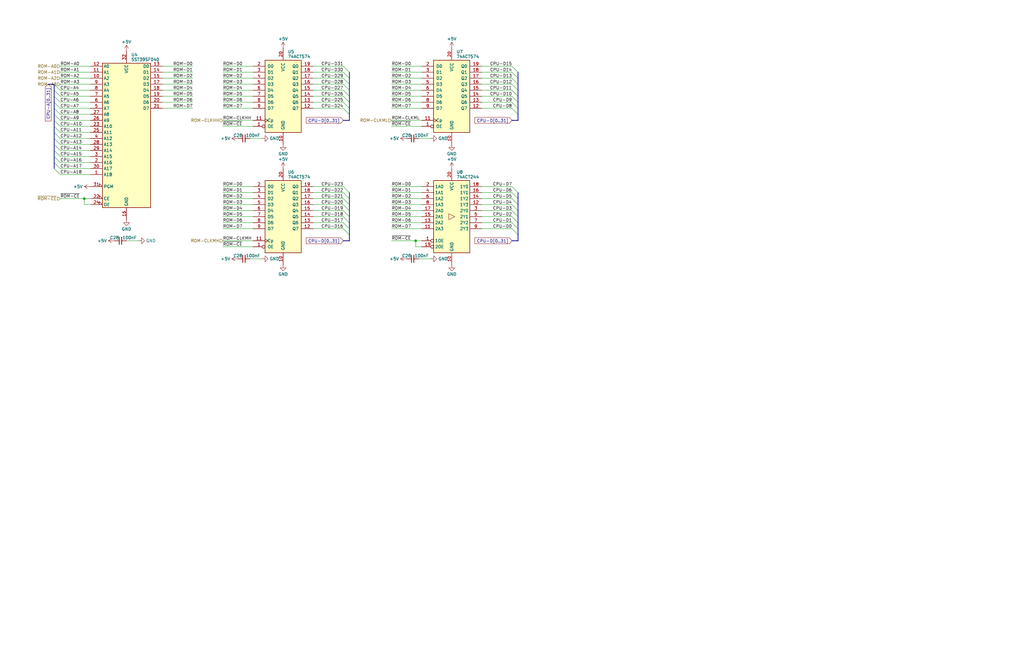
<source format=kicad_sch>
(kicad_sch (version 20230121) (generator eeschema)
  (paper "USLedger")
  (lib_symbols
    (symbol "74xx:74HCT244"
      (property "Reference" "U" (at -7.62 16.51 0))
      (property "Value" "74HCT244" (at -7.62 -16.51 0))
      (symbol "74HCT244_1_0"
        (polyline (pts (xy 1.27 0) (xy -1.27 1.27) (xy -1.27 -1.27) (xy 1.27 0)) (stroke (width 0.1524)))
        (pin input inverted (at -12.7 -10.16 0) (length 5.08) (name "1OE") (number "1"))
        (pin power_in line (at 0 -20.32 90) (length 5.08) (name "GND") (number "10"))
        (pin input line (at -12.7 -5.08 0) (length 5.08) (name "2A3") (number "11"))
        (pin tri_state line (at 12.7 5.08 180) (length 5.08) (name "1Y3") (number "12"))
        (pin input line (at -12.7 -2.54 0) (length 5.08) (name "2A2") (number "13"))
        (pin tri_state line (at 12.7 7.62 180) (length 5.08) (name "1Y2") (number "14"))
        (pin input line (at -12.7 0 0) (length 5.08) (name "2A1") (number "15"))
        (pin tri_state line (at 12.7 10.16 180) (length 5.08) (name "1Y1") (number "16"))
        (pin input line (at -12.7 2.54 0) (length 5.08) (name "2A0") (number "17"))
        (pin tri_state line (at 12.7 12.7 180) (length 5.08) (name "1Y0") (number "18"))
        (pin input inverted (at -12.7 -12.7 0) (length 5.08) (name "2OE") (number "19"))
        (pin input line (at -12.7 12.7 0) (length 5.08) (name "1A0") (number "2"))
        (pin power_in line (at 0 20.32 270) (length 5.08) (name "VCC") (number "20"))
        (pin tri_state line (at 12.7 2.54 180) (length 5.08) (name "2Y0") (number "3"))
        (pin input line (at -12.7 10.16 0) (length 5.08) (name "1A1") (number "4"))
        (pin tri_state line (at 12.7 0 180) (length 5.08) (name "2Y1") (number "5"))
        (pin input line (at -12.7 7.62 0) (length 5.08) (name "1A2") (number "6"))
        (pin tri_state line (at 12.7 -2.54 180) (length 5.08) (name "2Y2") (number "7"))
        (pin input line (at -12.7 5.08 0) (length 5.08) (name "1A3") (number "8"))
        (pin tri_state line (at 12.7 -5.08 180) (length 5.08) (name "2Y3") (number "9"))
      )
      (symbol "74HCT244_1_1"
        (rectangle (start -7.62 15.24) (end 7.62 -15.24) (stroke (width 0.254)) (fill (type background)))
      )
    )
    (symbol "74xx:74HCT574" (pin_names (offset 1.016))
      (property "Reference" "U" (at -7.62 16.51 0))
      (property "Value" "74HCT574" (at -7.62 -16.51 0))
      (symbol "74HCT574_1_0"
        (pin input inverted (at -12.7 -12.7 0) (length 5.08) (name "OE") (number "1"))
        (pin power_in line (at 0 -20.32 90) (length 5.08) (name "GND") (number "10"))
        (pin input clock (at -12.7 -10.16 0) (length 5.08) (name "Cp") (number "11"))
        (pin tri_state line (at 12.7 -5.08 180) (length 5.08) (name "Q7") (number "12"))
        (pin tri_state line (at 12.7 -2.54 180) (length 5.08) (name "Q6") (number "13"))
        (pin tri_state line (at 12.7 0 180) (length 5.08) (name "Q5") (number "14"))
        (pin tri_state line (at 12.7 2.54 180) (length 5.08) (name "Q4") (number "15"))
        (pin tri_state line (at 12.7 5.08 180) (length 5.08) (name "Q3") (number "16"))
        (pin tri_state line (at 12.7 7.62 180) (length 5.08) (name "Q2") (number "17"))
        (pin tri_state line (at 12.7 10.16 180) (length 5.08) (name "Q1") (number "18"))
        (pin tri_state line (at 12.7 12.7 180) (length 5.08) (name "Q0") (number "19"))
        (pin input line (at -12.7 12.7 0) (length 5.08) (name "D0") (number "2"))
        (pin power_in line (at 0 20.32 270) (length 5.08) (name "VCC") (number "20"))
        (pin input line (at -12.7 10.16 0) (length 5.08) (name "D1") (number "3"))
        (pin input line (at -12.7 7.62 0) (length 5.08) (name "D2") (number "4"))
        (pin input line (at -12.7 5.08 0) (length 5.08) (name "D3") (number "5"))
        (pin input line (at -12.7 2.54 0) (length 5.08) (name "D4") (number "6"))
        (pin input line (at -12.7 0 0) (length 5.08) (name "D5") (number "7"))
        (pin input line (at -12.7 -2.54 0) (length 5.08) (name "D6") (number "8"))
        (pin input line (at -12.7 -5.08 0) (length 5.08) (name "D7") (number "9"))
      )
      (symbol "74HCT574_1_1"
        (rectangle (start -7.62 15.24) (end 7.62 -15.24) (stroke (width 0.254)) (fill (type background)))
      )
    )
    (symbol "Device:C_Small" (pin_numbers hide) (pin_names (offset 0.254) hide)
      (property "Reference" "C" (at 0.254 1.778 0))
      (property "Value" "C_Small" (at 0.254 -2.032 0))
      (symbol "C_Small_0_1"
        (polyline (pts (xy -1.524 -0.508) (xy 1.524 -0.508)) (stroke (width 0.3302)))
        (polyline (pts (xy -1.524 0.508) (xy 1.524 0.508)) (stroke (width 0.3048)))
      )
      (symbol "C_Small_1_1"
        (pin passive line (at 0 2.54 270) (length 2.032) (name "~") (number "1"))
        (pin passive line (at 0 -2.54 90) (length 2.032) (name "~") (number "2"))
      )
    )
    (symbol "Memory_Flash:SST39SF040"
      (property "Reference" "U" (at 2.54 33.02 0))
      (property "Value" "SST39SF040" (at 0 -30.48 0))
      (symbol "SST39SF040_0_0"
        (pin power_in line (at 0 -34.29 90) (length 5.08) (name "GND") (number "16"))
        (pin power_in line (at 0 36.83 270) (length 5.08) (name "VCC") (number "32"))
      )
      (symbol "SST39SF040_0_1"
        (rectangle (start -10.16 31.75) (end 10.16 -29.21) (stroke (width 0.254)) (fill (type background)))
      )
      (symbol "SST39SF040_1_1"
        (pin input line (at -15.24 -15.24 0) (length 5.08) (name "A18") (number "1"))
        (pin input line (at -15.24 25.4 0) (length 5.08) (name "A2") (number "10"))
        (pin input line (at -15.24 27.94 0) (length 5.08) (name "A1") (number "11"))
        (pin input line (at -15.24 30.48 0) (length 5.08) (name "A0") (number "12"))
        (pin tri_state line (at 15.24 30.48 180) (length 5.08) (name "D0") (number "13"))
        (pin tri_state line (at 15.24 27.94 180) (length 5.08) (name "D1") (number "14"))
        (pin tri_state line (at 15.24 25.4 180) (length 5.08) (name "D2") (number "15"))
        (pin tri_state line (at 15.24 22.86 180) (length 5.08) (name "D3") (number "17"))
        (pin tri_state line (at 15.24 20.32 180) (length 5.08) (name "D4") (number "18"))
        (pin tri_state line (at 15.24 17.78 180) (length 5.08) (name "D5") (number "19"))
        (pin input line (at -15.24 -10.16 0) (length 5.08) (name "A16") (number "2"))
        (pin tri_state line (at 15.24 15.24 180) (length 5.08) (name "D6") (number "20"))
        (pin tri_state line (at 15.24 12.7 180) (length 5.08) (name "D7") (number "21"))
        (pin input input_low (at -15.24 -25.4 0) (length 5.08) (name "CE") (number "22"))
        (pin input line (at -15.24 5.08 0) (length 5.08) (name "A10") (number "23"))
        (pin input input_low (at -15.24 -27.94 0) (length 5.08) (name "OE") (number "24"))
        (pin input line (at -15.24 2.54 0) (length 5.08) (name "A11") (number "25"))
        (pin input line (at -15.24 7.62 0) (length 5.08) (name "A9") (number "26"))
        (pin input line (at -15.24 10.16 0) (length 5.08) (name "A8") (number "27"))
        (pin input line (at -15.24 -2.54 0) (length 5.08) (name "A13") (number "28"))
        (pin input line (at -15.24 -5.08 0) (length 5.08) (name "A14") (number "29"))
        (pin input line (at -15.24 -7.62 0) (length 5.08) (name "A15") (number "3"))
        (pin input line (at -15.24 -12.7 0) (length 5.08) (name "A17") (number "30"))
        (pin input input_low (at -15.24 -20.32 0) (length 5.08) (name "PGM") (number "31"))
        (pin input line (at -15.24 0 0) (length 5.08) (name "A12") (number "4"))
        (pin input line (at -15.24 12.7 0) (length 5.08) (name "A7") (number "5"))
        (pin input line (at -15.24 15.24 0) (length 5.08) (name "A6") (number "6"))
        (pin input line (at -15.24 17.78 0) (length 5.08) (name "A5") (number "7"))
        (pin input line (at -15.24 20.32 0) (length 5.08) (name "A4") (number "8"))
        (pin input line (at -15.24 22.86 0) (length 5.08) (name "A3") (number "9"))
      )
    )
    (symbol "power:+5V" (power) (pin_names (offset 0))
      (property "Value" "+5V" (at 0 3.556 0))
      (symbol "+5V_0_1"
        (polyline (pts (xy -0.762 1.27) (xy 0 2.54)))
        (polyline (pts (xy 0 0) (xy 0 2.54)))
        (polyline (pts (xy 0 2.54) (xy 0.762 1.27)))
      )
      (symbol "+5V_1_1"
        (pin power_in line (at 0 0 90) (length 0) hide (name "+5V") (number "1"))
      )
    )
    (symbol "power:GND" (power) (pin_names (offset 0))
      (property "Value" "GND" (at 0 -3.81 0))
      (symbol "GND_0_1"
        (polyline (pts (xy 0 0) (xy 0 -1.27) (xy 1.27 -1.27) (xy 0 -2.54) (xy -1.27 -1.27) (xy 0 -1.27)))
      )
      (symbol "GND_1_1"
        (pin power_in line (at 0 0 270) (length 0) hide (name "GND") (number "1"))
      )
    )
  )
  (junction (at 175.26 101.6))
  (junction (at 35.56 83.82))
  (bus_entry (at 22.86 53.34) (size 2.54 2.54))
  (bus_entry (at 215.9 91.44) (size 2.54 2.54))
  (bus_entry (at 144.78 38.1) (size 2.54 2.54))
  (bus_entry (at 22.86 40.64) (size 2.54 2.54))
  (bus_entry (at 22.86 55.88) (size 2.54 2.54))
  (bus_entry (at 215.9 27.94) (size 2.54 2.54))
  (bus_entry (at 144.78 35.56) (size 2.54 2.54))
  (bus_entry (at 22.86 66.04) (size 2.54 2.54))
  (bus_entry (at 22.86 38.1) (size 2.54 2.54))
  (bus_entry (at 144.78 81.28) (size 2.54 2.54))
  (bus_entry (at 144.78 78.74) (size 2.54 2.54))
  (bus_entry (at 215.9 33.02) (size 2.54 2.54))
  (bus_entry (at 215.9 30.48) (size 2.54 2.54))
  (bus_entry (at 22.86 58.42) (size 2.54 2.54))
  (bus_entry (at 144.78 96.52) (size 2.54 2.54))
  (bus_entry (at 144.78 27.94) (size 2.54 2.54))
  (bus_entry (at 215.9 78.74) (size 2.54 2.54))
  (bus_entry (at 215.9 81.28) (size 2.54 2.54))
  (bus_entry (at 215.9 45.72) (size 2.54 2.54))
  (bus_entry (at 215.9 96.52) (size 2.54 2.54))
  (bus_entry (at 22.86 71.12) (size 2.54 2.54))
  (bus_entry (at 144.78 40.64) (size 2.54 2.54))
  (bus_entry (at 215.9 38.1) (size 2.54 2.54))
  (bus_entry (at 22.86 63.5) (size 2.54 2.54))
  (bus_entry (at 22.86 68.58) (size 2.54 2.54))
  (bus_entry (at 215.9 43.18) (size 2.54 2.54))
  (bus_entry (at 22.86 43.18) (size 2.54 2.54))
  (bus_entry (at 22.86 35.56) (size 2.54 2.54))
  (bus_entry (at 144.78 83.82) (size 2.54 2.54))
  (bus_entry (at 144.78 45.72) (size 2.54 2.54))
  (bus_entry (at 144.78 43.18) (size 2.54 2.54))
  (bus_entry (at 144.78 88.9) (size 2.54 2.54))
  (bus_entry (at 22.86 50.8) (size 2.54 2.54))
  (bus_entry (at 215.9 83.82) (size 2.54 2.54))
  (bus_entry (at 215.9 93.98) (size 2.54 2.54))
  (bus_entry (at 22.86 60.96) (size 2.54 2.54))
  (bus_entry (at 215.9 86.36) (size 2.54 2.54))
  (bus_entry (at 215.9 88.9) (size 2.54 2.54))
  (bus_entry (at 144.78 33.02) (size 2.54 2.54))
  (bus_entry (at 144.78 93.98) (size 2.54 2.54))
  (bus_entry (at 215.9 35.56) (size 2.54 2.54))
  (bus_entry (at 22.86 45.72) (size 2.54 2.54))
  (bus_entry (at 215.9 40.64) (size 2.54 2.54))
  (bus_entry (at 144.78 30.48) (size 2.54 2.54))
  (bus_entry (at 144.78 91.44) (size 2.54 2.54))
  (bus_entry (at 144.78 86.36) (size 2.54 2.54))
  (bus_entry (at 22.86 48.26) (size 2.54 2.54))
  (bus (pts (xy 218.44 91.44) (xy 218.44 93.98)))
  (bus (pts (xy 218.44 38.1) (xy 218.44 40.64)))
  (wire (pts (xy 177.8 78.74) (xy 165.1 78.74)))
  (wire (pts (xy 132.08 35.56) (xy 144.78 35.56)))
  (wire (pts (xy 35.56 83.82) (xy 38.1 83.82)))
  (wire (pts (xy 25.4 66.04) (xy 38.1 66.04)))
  (wire (pts (xy 177.8 88.9) (xy 165.1 88.9)))
  (bus (pts (xy 22.86 50.8) (xy 22.86 53.34)))
  (bus (pts (xy 147.32 88.9) (xy 147.32 91.44)))
  (wire (pts (xy 25.4 63.5) (xy 38.1 63.5)))
  (wire (pts (xy 68.58 27.94) (xy 81.28 27.94)))
  (wire (pts (xy 177.8 81.28) (xy 165.1 81.28)))
  (wire (pts (xy 177.8 93.98) (xy 165.1 93.98)))
  (wire (pts (xy 106.68 93.98) (xy 93.98 93.98)))
  (wire (pts (xy 68.58 35.56) (xy 81.28 35.56)))
  (wire (pts (xy 203.2 45.72) (xy 215.9 45.72)))
  (bus (pts (xy 218.44 43.18) (xy 218.44 45.72)))
  (wire (pts (xy 203.2 91.44) (xy 215.9 91.44)))
  (wire (pts (xy 25.4 43.18) (xy 38.1 43.18)))
  (wire (pts (xy 106.68 96.52) (xy 93.98 96.52)))
  (bus (pts (xy 22.86 48.26) (xy 22.86 50.8)))
  (wire (pts (xy 132.08 38.1) (xy 144.78 38.1)))
  (bus (pts (xy 22.86 60.96) (xy 22.86 63.5)))
  (bus (pts (xy 22.86 55.88) (xy 22.86 58.42)))
  (wire (pts (xy 68.58 43.18) (xy 81.28 43.18)))
  (wire (pts (xy 175.26 104.14) (xy 175.26 101.6)))
  (wire (pts (xy 203.2 93.98) (xy 215.9 93.98)))
  (wire (pts (xy 25.4 35.56) (xy 38.1 35.56)))
  (wire (pts (xy 132.08 78.74) (xy 144.78 78.74)))
  (wire (pts (xy 106.68 30.48) (xy 93.98 30.48)))
  (wire (pts (xy 132.08 45.72) (xy 144.78 45.72)))
  (bus (pts (xy 22.86 35.56) (xy 22.86 38.1)))
  (bus (pts (xy 22.86 58.42) (xy 22.86 60.96)))
  (wire (pts (xy 132.08 91.44) (xy 144.78 91.44)))
  (wire (pts (xy 25.4 40.64) (xy 38.1 40.64)))
  (wire (pts (xy 181.61 109.22) (xy 176.53 109.22)))
  (bus (pts (xy 147.32 96.52) (xy 147.32 99.06)))
  (bus (pts (xy 218.44 35.56) (xy 218.44 38.1)))
  (wire (pts (xy 177.8 91.44) (xy 165.1 91.44)))
  (bus (pts (xy 22.86 35.56) (xy 20.32 35.56)))
  (wire (pts (xy 132.08 27.94) (xy 144.78 27.94)))
  (wire (pts (xy 203.2 86.36) (xy 215.9 86.36)))
  (wire (pts (xy 203.2 83.82) (xy 215.9 83.82)))
  (bus (pts (xy 22.86 68.58) (xy 22.86 71.12)))
  (wire (pts (xy 106.68 88.9) (xy 93.98 88.9)))
  (bus (pts (xy 147.32 99.06) (xy 147.32 101.6)))
  (wire (pts (xy 203.2 78.74) (xy 215.9 78.74)))
  (bus (pts (xy 218.44 96.52) (xy 218.44 99.06)))
  (wire (pts (xy 93.98 104.14) (xy 106.68 104.14)))
  (bus (pts (xy 22.86 63.5) (xy 22.86 66.04)))
  (bus (pts (xy 218.44 48.26) (xy 218.44 50.8)))
  (bus (pts (xy 22.86 38.1) (xy 22.86 40.64)))
  (wire (pts (xy 38.1 86.36) (xy 35.56 86.36)))
  (wire (pts (xy 25.4 55.88) (xy 38.1 55.88)))
  (wire (pts (xy 132.08 96.52) (xy 144.78 96.52)))
  (wire (pts (xy 203.2 30.48) (xy 215.9 30.48)))
  (bus (pts (xy 147.32 48.26) (xy 147.32 50.8)))
  (wire (pts (xy 177.8 104.14) (xy 175.26 104.14)))
  (wire (pts (xy 25.4 60.96) (xy 38.1 60.96)))
  (wire (pts (xy 25.4 48.26) (xy 38.1 48.26)))
  (wire (pts (xy 132.08 40.64) (xy 144.78 40.64)))
  (wire (pts (xy 203.2 27.94) (xy 215.9 27.94)))
  (wire (pts (xy 106.68 35.56) (xy 93.98 35.56)))
  (wire (pts (xy 132.08 33.02) (xy 144.78 33.02)))
  (wire (pts (xy 25.4 58.42) (xy 38.1 58.42)))
  (wire (pts (xy 165.1 101.6) (xy 175.26 101.6)))
  (wire (pts (xy 132.08 43.18) (xy 144.78 43.18)))
  (wire (pts (xy 177.8 27.94) (xy 165.1 27.94)))
  (wire (pts (xy 106.68 78.74) (xy 93.98 78.74)))
  (wire (pts (xy 106.68 81.28) (xy 93.98 81.28)))
  (wire (pts (xy 175.26 101.6) (xy 177.8 101.6)))
  (bus (pts (xy 22.86 40.64) (xy 22.86 43.18)))
  (wire (pts (xy 177.8 45.72) (xy 165.1 45.72)))
  (bus (pts (xy 218.44 40.64) (xy 218.44 43.18)))
  (wire (pts (xy 132.08 81.28) (xy 144.78 81.28)))
  (bus (pts (xy 22.86 53.34) (xy 22.86 55.88)))
  (wire (pts (xy 177.8 40.64) (xy 165.1 40.64)))
  (wire (pts (xy 132.08 88.9) (xy 144.78 88.9)))
  (wire (pts (xy 177.8 86.36) (xy 165.1 86.36)))
  (bus (pts (xy 147.32 38.1) (xy 147.32 40.64)))
  (wire (pts (xy 203.2 96.52) (xy 215.9 96.52)))
  (bus (pts (xy 147.32 83.82) (xy 147.32 86.36)))
  (wire (pts (xy 68.58 45.72) (xy 81.28 45.72)))
  (wire (pts (xy 110.49 58.42) (xy 105.41 58.42)))
  (bus (pts (xy 22.86 66.04) (xy 22.86 68.58)))
  (wire (pts (xy 177.8 33.02) (xy 165.1 33.02)))
  (wire (pts (xy 106.68 27.94) (xy 93.98 27.94)))
  (bus (pts (xy 147.32 33.02) (xy 147.32 35.56)))
  (bus (pts (xy 218.44 30.48) (xy 218.44 33.02)))
  (wire (pts (xy 25.4 50.8) (xy 38.1 50.8)))
  (wire (pts (xy 203.2 35.56) (xy 215.9 35.56)))
  (wire (pts (xy 177.8 96.52) (xy 165.1 96.52)))
  (wire (pts (xy 106.68 43.18) (xy 93.98 43.18)))
  (wire (pts (xy 106.68 86.36) (xy 93.98 86.36)))
  (bus (pts (xy 218.44 88.9) (xy 218.44 91.44)))
  (wire (pts (xy 25.4 68.58) (xy 38.1 68.58)))
  (wire (pts (xy 25.4 45.72) (xy 38.1 45.72)))
  (wire (pts (xy 25.4 33.02) (xy 38.1 33.02)))
  (wire (pts (xy 35.56 83.82) (xy 35.56 86.36)))
  (wire (pts (xy 177.8 30.48) (xy 165.1 30.48)))
  (wire (pts (xy 177.8 35.56) (xy 165.1 35.56)))
  (bus (pts (xy 215.9 101.6) (xy 218.44 101.6)))
  (wire (pts (xy 25.4 71.12) (xy 38.1 71.12)))
  (wire (pts (xy 25.4 27.94) (xy 38.1 27.94)))
  (bus (pts (xy 218.44 81.28) (xy 218.44 83.82)))
  (wire (pts (xy 93.98 50.8) (xy 106.68 50.8)))
  (bus (pts (xy 147.32 93.98) (xy 147.32 96.52)))
  (wire (pts (xy 93.98 101.6) (xy 106.68 101.6)))
  (wire (pts (xy 177.8 43.18) (xy 165.1 43.18)))
  (wire (pts (xy 132.08 93.98) (xy 144.78 93.98)))
  (bus (pts (xy 22.86 45.72) (xy 22.86 48.26)))
  (bus (pts (xy 147.32 43.18) (xy 147.32 45.72)))
  (wire (pts (xy 58.42 101.6) (xy 53.34 101.6)))
  (bus (pts (xy 147.32 91.44) (xy 147.32 93.98)))
  (wire (pts (xy 106.68 40.64) (xy 93.98 40.64)))
  (bus (pts (xy 218.44 45.72) (xy 218.44 48.26)))
  (bus (pts (xy 218.44 99.06) (xy 218.44 101.6)))
  (wire (pts (xy 165.1 50.8) (xy 177.8 50.8)))
  (wire (pts (xy 106.68 83.82) (xy 93.98 83.82)))
  (bus (pts (xy 144.78 101.6) (xy 147.32 101.6)))
  (bus (pts (xy 218.44 93.98) (xy 218.44 96.52)))
  (bus (pts (xy 147.32 45.72) (xy 147.32 48.26)))
  (wire (pts (xy 68.58 30.48) (xy 81.28 30.48)))
  (wire (pts (xy 110.49 109.22) (xy 105.41 109.22)))
  (wire (pts (xy 25.4 38.1) (xy 38.1 38.1)))
  (bus (pts (xy 218.44 86.36) (xy 218.44 88.9)))
  (wire (pts (xy 25.4 73.66) (xy 38.1 73.66)))
  (wire (pts (xy 106.68 33.02) (xy 93.98 33.02)))
  (bus (pts (xy 147.32 81.28) (xy 147.32 83.82)))
  (wire (pts (xy 165.1 53.34) (xy 177.8 53.34)))
  (wire (pts (xy 203.2 38.1) (xy 215.9 38.1)))
  (wire (pts (xy 25.4 83.82) (xy 35.56 83.82)))
  (wire (pts (xy 132.08 30.48) (xy 144.78 30.48)))
  (bus (pts (xy 218.44 33.02) (xy 218.44 35.56)))
  (wire (pts (xy 106.68 91.44) (xy 93.98 91.44)))
  (bus (pts (xy 147.32 86.36) (xy 147.32 88.9)))
  (wire (pts (xy 203.2 81.28) (xy 215.9 81.28)))
  (bus (pts (xy 144.78 50.8) (xy 147.32 50.8)))
  (wire (pts (xy 106.68 45.72) (xy 93.98 45.72)))
  (wire (pts (xy 25.4 53.34) (xy 38.1 53.34)))
  (wire (pts (xy 203.2 33.02) (xy 215.9 33.02)))
  (wire (pts (xy 68.58 40.64) (xy 81.28 40.64)))
  (wire (pts (xy 181.61 58.42) (xy 176.53 58.42)))
  (bus (pts (xy 147.32 35.56) (xy 147.32 38.1)))
  (bus (pts (xy 22.86 43.18) (xy 22.86 45.72)))
  (wire (pts (xy 203.2 40.64) (xy 215.9 40.64)))
  (wire (pts (xy 68.58 38.1) (xy 81.28 38.1)))
  (bus (pts (xy 147.32 30.48) (xy 147.32 33.02)))
  (wire (pts (xy 68.58 33.02) (xy 81.28 33.02)))
  (wire (pts (xy 93.98 53.34) (xy 106.68 53.34)))
  (wire (pts (xy 177.8 83.82) (xy 165.1 83.82)))
  (wire (pts (xy 132.08 86.36) (xy 144.78 86.36)))
  (bus (pts (xy 147.32 40.64) (xy 147.32 43.18)))
  (wire (pts (xy 203.2 88.9) (xy 215.9 88.9)))
  (wire (pts (xy 132.08 83.82) (xy 144.78 83.82)))
  (bus (pts (xy 215.9 50.8) (xy 218.44 50.8)))
  (wire (pts (xy 106.68 38.1) (xy 93.98 38.1)))
  (wire (pts (xy 25.4 30.48) (xy 38.1 30.48)))
  (wire (pts (xy 203.2 43.18) (xy 215.9 43.18)))
  (wire (pts (xy 177.8 38.1) (xy 165.1 38.1)))
  (bus (pts (xy 218.44 83.82) (xy 218.44 86.36)))
  (label "CPU-D13" (at 215.9 33.02 180))
  (label "CPU-A17" (at 25.4 71.12 0))
  (label "CPU-D17" (at 144.78 93.98 180))
  (label "ROM-D3" (at 93.98 35.56 0))
  (label "CPU-D16" (at 144.78 96.52 180))
  (label "CPU-A15" (at 25.4 66.04 0))
  (label "ROM-D2" (at 93.98 83.82 0))
  (label "ROM-D1" (at 93.98 81.28 0))
  (label "ROM-D0" (at 81.28 27.94 180))
  (label "ROM-D1" (at 165.1 81.28 0))
  (label "CPU-A6" (at 25.4 43.18 0))
  (label "CPU-D24" (at 144.78 45.72 180))
  (label "CPU-D9" (at 215.9 43.18 180))
  (label "CPU-D18" (at 144.78 91.44 180))
  (label "ROM-A2" (at 25.4 33.02 0))
  (label "ROM-D7" (at 165.1 96.52 0))
  (label "ROM-D7" (at 93.98 45.72 0))
  (label "ROM-D0" (at 165.1 78.74 0))
  (label "ROM-D3" (at 81.28 35.56 180))
  (label "ROM-D4" (at 81.28 38.1 180))
  (label "CPU-D22" (at 144.78 81.28 180))
  (label "CPU-D31" (at 144.78 27.94 180))
  (label "ROM-D5" (at 81.28 40.64 180))
  (label "ROM-D1" (at 93.98 30.48 0))
  (label "CPU-D3" (at 215.9 88.9 180))
  (label "~{ROM-CE}" (at 93.98 104.14 0))
  (label "CPU-D11" (at 215.9 38.1 180))
  (label "CPU-A4" (at 25.4 38.1 0))
  (label "CPU-D27" (at 144.78 38.1 180))
  (label "ROM-D0" (at 93.98 78.74 0))
  (label "CPU-A7" (at 25.4 45.72 0))
  (label "CPU-D4" (at 215.9 86.36 180))
  (label "ROM-D6" (at 81.28 43.18 180))
  (label "ROM-D2" (at 165.1 83.82 0))
  (label "ROM-D6" (at 165.1 43.18 0))
  (label "CPU-D25" (at 144.78 43.18 180))
  (label "ROM-D3" (at 165.1 86.36 0))
  (label "CPU-D15" (at 215.9 27.94 180))
  (label "ROM-D3" (at 165.1 35.56 0))
  (label "CPU-D19" (at 144.78 88.9 180))
  (label "ROM-A3" (at 25.4 35.56 0))
  (label "CPU-A16" (at 25.4 68.58 0))
  (label "ROM-D7" (at 81.28 45.72 180))
  (label "CPU-D5" (at 215.9 83.82 180))
  (label "ROM-D1" (at 81.28 30.48 180))
  (label "ROM-D3" (at 93.98 86.36 0))
  (label "ROM-CLKMH" (at 93.98 101.6 0))
  (label "ROM-A0" (at 25.4 27.94 0))
  (label "ROM-D5" (at 93.98 40.64 0))
  (label "~{ROM-CE}" (at 93.98 53.34 0))
  (label "ROM-D5" (at 165.1 40.64 0))
  (label "ROM-D5" (at 93.98 91.44 0))
  (label "~{ROM-CE}" (at 165.1 53.34 0))
  (label "ROM-D2" (at 165.1 33.02 0))
  (label "CPU-A12" (at 25.4 58.42 0))
  (label "~{ROM-CE}" (at 25.4 83.82 0))
  (label "CPU-A9" (at 25.4 50.8 0))
  (label "CPU-A18" (at 25.4 73.66 0))
  (label "CPU-D28" (at 144.78 35.56 180))
  (label "CPU-D2" (at 215.9 91.44 180))
  (label "ROM-CLKHH" (at 93.98 50.8 0))
  (label "ROM-CLKML" (at 165.1 50.8 0))
  (label "CPU-A5" (at 25.4 40.64 0))
  (label "CPU-D29" (at 144.78 33.02 180))
  (label "CPU-A14" (at 25.4 63.5 0))
  (label "ROM-A1" (at 25.4 30.48 0))
  (label "ROM-D1" (at 165.1 30.48 0))
  (label "ROM-D0" (at 165.1 27.94 0))
  (label "CPU-D14" (at 215.9 30.48 180))
  (label "CPU-D0" (at 215.9 96.52 180))
  (label "CPU-A13" (at 25.4 60.96 0))
  (label "ROM-D4" (at 93.98 38.1 0))
  (label "CPU-D26" (at 144.78 40.64 180))
  (label "ROM-D2" (at 81.28 33.02 180))
  (label "CPU-D12" (at 215.9 35.56 180))
  (label "ROM-D2" (at 93.98 33.02 0))
  (label "CPU-D8" (at 215.9 45.72 180))
  (label "CPU-A11" (at 25.4 55.88 0))
  (label "CPU-A8" (at 25.4 48.26 0))
  (label "CPU-D10" (at 215.9 40.64 180))
  (label "ROM-D7" (at 165.1 45.72 0))
  (label "CPU-D20" (at 144.78 86.36 180))
  (label "CPU-A10" (at 25.4 53.34 0))
  (label "CPU-D6" (at 215.9 81.28 180))
  (label "ROM-D7" (at 93.98 96.52 0))
  (label "ROM-D4" (at 93.98 88.9 0))
  (label "ROM-D6" (at 93.98 43.18 0))
  (label "ROM-D5" (at 165.1 91.44 0))
  (label "CPU-D1" (at 215.9 93.98 180))
  (label "ROM-D4" (at 165.1 88.9 0))
  (label "ROM-D0" (at 93.98 27.94 0))
  (label "ROM-D4" (at 165.1 38.1 0))
  (label "CPU-D23" (at 144.78 78.74 180))
  (label "~{ROM-CE}" (at 165.1 101.6 0))
  (label "CPU-D21" (at 144.78 83.82 180))
  (label "ROM-D6" (at 165.1 93.98 0))
  (label "ROM-D6" (at 93.98 93.98 0))
  (label "CPU-D30" (at 144.78 30.48 180))
  (label "CPU-D7" (at 215.9 78.74 180))
  (global_label "CPU-D[0..31]" (shape input) (at 144.78 50.8 180) (property "Intersheetrefs" "${INTERSHEET_REFS}" (effects hide)))
  (global_label "CPU-D[0..31]" (shape input) (at 215.9 50.8 180) (property "Intersheetrefs" "${INTERSHEET_REFS}" (effects hide)))
  (global_label "CPU-A[0..31]" (shape input) (at 20.32 35.56 270) (property "Intersheetrefs" "${INTERSHEET_REFS}" (effects hide)))
  (global_label "CPU-D[0..31]" (shape input) (at 215.9 101.6 180) (property "Intersheetrefs" "${INTERSHEET_REFS}" (effects hide)))
  (global_label "CPU-D[0..31]" (shape input) (at 144.78 101.6 180) (property "Intersheetrefs" "${INTERSHEET_REFS}" (effects hide)))
  (hierarchical_label "ROM-CLKMH" (shape input) (at 93.98 101.6 180))
  (hierarchical_label "ROM-A1" (shape input) (at 25.4 30.48 180))
  (hierarchical_label "ROM-A3" (shape input) (at 25.4 35.56 180))
  (hierarchical_label "~{ROM-CE}" (shape input) (at 25.4 83.82 180))
  (hierarchical_label "ROM-CLKML" (shape input) (at 165.1 50.8 180))
  (hierarchical_label "ROM-CLKHH" (shape input) (at 93.98 50.8 180))
  (hierarchical_label "ROM-A2" (shape input) (at 25.4 33.02 180))
  (hierarchical_label "ROM-A0" (shape input) (at 25.4 27.94 180))
  (symbol (lib_id "power:+5V") (at 171.45 109.22 90) (unit 1)
    (property "Reference" "#PWR0130" (effects hide))
    (property "Value" "+5V" (at 168.2751 109.22 90) (effects (justify left)))
    (instances (project "MultiBASIC040" (path "" (reference "#PWR0130") (unit 1)) (path "" (reference "#PWR0212") (unit 1)) (path "" (reference "#PWR0363") (unit 1)) (path "" (reference "#PWR0424") (unit 1))))
  )
  (symbol (lib_id "power:+5V") (at 100.33 58.42 90) (unit 1)
    (property "Reference" "#PWR0130" (effects hide))
    (property "Value" "+5V" (at 97.1551 58.42 90) (effects (justify left)))
    (instances (project "MultiBASIC040" (path "" (reference "#PWR0130") (unit 1)) (path "" (reference "#PWR0212") (unit 1)) (path "" (reference "#PWR0363") (unit 1)) (path "" (reference "#PWR0417") (unit 1))))
  )
  (symbol (lib_id "power:GND") (at 181.61 109.22 90) (unit 1)
    (property "Reference" "#PWR0131" (effects hide))
    (property "Value" "GND" (at 184.785 109.22 90) (effects (justify right)))
    (instances (project "MultiBASIC040" (path "" (reference "#PWR0131") (unit 1)) (path "" (reference "#PWR0220") (unit 1)) (path "" (reference "#PWR0367") (unit 1)) (path "" (reference "#PWR0425") (unit 1))))
  )
  (symbol (lib_id "power:GND") (at 119.38 111.76 0) (unit 1)
    (property "Reference" "#PWR015" (effects hide))
    (property "Value" "GND" (at 119.38 115.705 0))
  )
  (symbol (lib_id "power:+5V") (at 190.5 20.32 0) (unit 1)
    (property "Reference" "#PWR016" (effects hide))
    (property "Value" "+5V" (at 190.5 16.375 0))
  )
  (symbol (lib_id "power:+5V") (at 38.1 78.74 90) (unit 1)
    (property "Reference" "#PWR011" (effects hide))
    (property "Value" "+5V" (at 34.9251 78.74 90) (effects (justify left)))
    (instances (project "MultiBASIC040" (path "" (reference "#PWR011") (unit 1)) (path "" (reference "#PWR09") (unit 1))))
  )
  (symbol (lib_id "power:+5V") (at 171.45 58.42 90) (unit 1)
    (property "Reference" "#PWR0130" (effects hide))
    (property "Value" "+5V" (at 168.2751 58.42 90) (effects (justify left)))
    (instances (project "MultiBASIC040" (path "" (reference "#PWR0130") (unit 1)) (path "" (reference "#PWR0212") (unit 1)) (path "" (reference "#PWR0363") (unit 1)) (path "" (reference "#PWR0422") (unit 1))))
  )
  (symbol (lib_id "power:+5V") (at 53.34 21.59 0) (unit 1)
    (property "Reference" "#PWR09" (effects hide))
    (property "Value" "+5V" (at 53.34 17.645 0))
    (instances (project "MultiBASIC040" (path "" (reference "#PWR09") (unit 1)) (path "" (reference "#PWR010") (unit 1))))
  )
  (symbol (lib_id "power:GND") (at 58.42 101.6 90) (unit 1)
    (property "Reference" "#PWR0131" (effects hide))
    (property "Value" "GND" (at 61.595 101.6 90) (effects (justify right)))
    (instances (project "MultiBASIC040" (path "" (reference "#PWR0131") (unit 1)) (path "" (reference "#PWR0220") (unit 1)) (path "" (reference "#PWR0367") (unit 1)) (path "" (reference "#PWR0420") (unit 1))))
  )
  (symbol (lib_id "74xx:74HCT574") (at 190.5 40.64 0) (unit 1)
    (property "Reference" "U7" (at 192.4559 21.82 0) (effects (justify left)))
    (property "Value" "74ACT574" (at 192.4559 23.868 0) (effects (justify left)))
    (property "Footprint" "Package_SO:TSSOP-20_4.4x6.5mm_P0.65mm" (effects hide))
    (property "Datasheet" "http://www.ti.com/lit/gpn/sn74HCT574" (effects hide))
    (property "JLC-Part" "https://jlcpcb.com/partdetail/Toshiba-TC74ACT574FTEL/C146345" (effects hide))
  )
  (symbol (lib_id "power:+5V") (at 100.33 109.22 90) (unit 1)
    (property "Reference" "#PWR0130" (effects hide))
    (property "Value" "+5V" (at 97.1551 109.22 90) (effects (justify left)))
    (instances (project "MultiBASIC040" (path "" (reference "#PWR0130") (unit 1)) (path "" (reference "#PWR0212") (unit 1)) (path "" (reference "#PWR0363") (unit 1)) (path "" (reference "#PWR0419") (unit 1))))
  )
  (symbol (lib_id "power:GND") (at 110.49 109.22 90) (unit 1)
    (property "Reference" "#PWR0131" (effects hide))
    (property "Value" "GND" (at 113.665 109.22 90) (effects (justify right)))
    (instances (project "MultiBASIC040" (path "" (reference "#PWR0131") (unit 1)) (path "" (reference "#PWR0220") (unit 1)) (path "" (reference "#PWR0367") (unit 1)) (path "" (reference "#PWR0421") (unit 1))))
  )
  (symbol (lib_id "power:GND") (at 110.49 58.42 90) (unit 1)
    (property "Reference" "#PWR0131" (effects hide))
    (property "Value" "GND" (at 113.665 58.42 90) (effects (justify right)))
    (instances (project "MultiBASIC040" (path "" (reference "#PWR0131") (unit 1)) (path "" (reference "#PWR0220") (unit 1)) (path "" (reference "#PWR0367") (unit 1)) (path "" (reference "#PWR0418") (unit 1))))
  )
  (symbol (lib_id "74xx:74HCT574") (at 119.38 40.64 0) (unit 1)
    (property "Reference" "U5" (at 121.3359 21.82 0) (effects (justify left)))
    (property "Value" "74ACT574" (at 121.3359 23.868 0) (effects (justify left)))
    (property "Footprint" "Package_SO:TSSOP-20_4.4x6.5mm_P0.65mm" (effects hide))
    (property "Datasheet" "http://www.ti.com/lit/gpn/sn74HCT574" (effects hide))
    (property "JLC-Part" "https://jlcpcb.com/partdetail/Toshiba-TC74ACT574FTEL/C146345" (effects hide))
  )
  (symbol (lib_id "power:GND") (at 190.5 60.96 0) (unit 1)
    (property "Reference" "#PWR017" (effects hide))
    (property "Value" "GND" (at 190.5 64.905 0))
  )
  (symbol (lib_id "power:+5V") (at 119.38 20.32 0) (unit 1)
    (property "Reference" "#PWR012" (effects hide))
    (property "Value" "+5V" (at 119.38 16.375 0))
  )
  (symbol (lib_id "power:GND") (at 119.38 60.96 0) (unit 1)
    (property "Reference" "#PWR013" (effects hide))
    (property "Value" "GND" (at 119.38 64.905 0))
  )
  (symbol (lib_id "74xx:74HCT244") (at 190.5 91.44 0) (unit 1)
    (property "Reference" "U8" (at 192.4559 72.62 0) (effects (justify left)))
    (property "Value" "74ACT244" (at 192.4559 74.668 0) (effects (justify left)))
    (property "Footprint" "Package_SO:TSSOP-20_4.4x6.5mm_P0.65mm" (effects hide))
    (property "Datasheet" "https://assets.nexperia.com/documents/data-sheet/74HC_HCT244.pdf" (effects hide))
    (property "JLC-Part" "https://jlcpcb.com/partdetail/TexasInstruments-SN74ACT244PWR/C6930" (effects hide))
  )
  (symbol (lib_id "Device:C_Small") (at 50.8 101.6 90) (unit 1)
    (property "Reference" "C28" (at 48.26 100.33 90))
    (property "Value" "100nF" (at 54.61 100.33 90))
    (property "Footprint" "Capacitor_SMD:C_0402_1005Metric_Pad0.74x0.62mm_HandSolder" (effects hide))
    (property "JLC-Part" "https://jlcpcb.com/partdetail/1877-CL05B104KO5NNNC/C1525" (effects hide))
    (instances (project "MultiBASIC040" (path "" (reference "C28") (unit 1)) (path "" (reference "C37") (unit 1)) (path "" (reference "C81") (unit 1)) (path "" (reference "C94") (unit 1))))
  )
  (symbol (lib_id "power:+5V") (at 190.5 71.12 0) (unit 1)
    (property "Reference" "#PWR019" (effects hide))
    (property "Value" "+5V" (at 190.5 67.175 0))
    (instances (project "MultiBASIC040" (path "" (reference "#PWR019") (unit 1)) (path "" (reference "#PWR018") (unit 1))))
  )
  (symbol (lib_id "power:+5V") (at 48.26 101.6 90) (unit 1)
    (property "Reference" "#PWR0130" (effects hide))
    (property "Value" "+5V" (at 45.0851 101.6 90) (effects (justify left)))
    (instances (project "MultiBASIC040" (path "" (reference "#PWR0130") (unit 1)) (path "" (reference "#PWR0212") (unit 1)) (path "" (reference "#PWR0363") (unit 1)) (path "" (reference "#PWR0416") (unit 1))))
  )
  (symbol (lib_id "Device:C_Small") (at 173.99 109.22 90) (unit 1)
    (property "Reference" "C28" (at 171.45 107.95 90))
    (property "Value" "100nF" (at 177.8 107.95 90))
    (property "Footprint" "Capacitor_SMD:C_0402_1005Metric_Pad0.74x0.62mm_HandSolder" (effects hide))
    (property "JLC-Part" "https://jlcpcb.com/partdetail/1877-CL05B104KO5NNNC/C1525" (effects hide))
    (instances (project "MultiBASIC040" (path "" (reference "C28") (unit 1)) (path "" (reference "C37") (unit 1)) (path "" (reference "C81") (unit 1)) (path "" (reference "C98") (unit 1))))
  )
  (symbol (lib_id "power:GND") (at 181.61 58.42 90) (unit 1)
    (property "Reference" "#PWR0131" (effects hide))
    (property "Value" "GND" (at 184.785 58.42 90) (effects (justify right)))
    (instances (project "MultiBASIC040" (path "" (reference "#PWR0131") (unit 1)) (path "" (reference "#PWR0220") (unit 1)) (path "" (reference "#PWR0367") (unit 1)) (path "" (reference "#PWR0423") (unit 1))))
  )
  (symbol (lib_id "Device:C_Small") (at 102.87 109.22 90) (unit 1)
    (property "Reference" "C28" (at 100.33 107.95 90))
    (property "Value" "100nF" (at 106.68 107.95 90))
    (property "Footprint" "Capacitor_SMD:C_0402_1005Metric_Pad0.74x0.62mm_HandSolder" (effects hide))
    (property "JLC-Part" "https://jlcpcb.com/partdetail/1877-CL05B104KO5NNNC/C1525" (effects hide))
    (instances (project "MultiBASIC040" (path "" (reference "C28") (unit 1)) (path "" (reference "C37") (unit 1)) (path "" (reference "C81") (unit 1)) (path "" (reference "C96") (unit 1))))
  )
  (symbol (lib_id "Memory_Flash:SST39SF040") (at 53.34 58.42 0) (unit 1)
    (property "Reference" "U4" (at 55.2959 23.09 0) (effects (justify left)))
    (property "Value" "SST39SF040" (at 55.2959 25.138 0) (effects (justify left)))
    (property "Footprint" "Package_LCC:PLCC-32_THT-Socket" (effects hide))
    (property "Datasheet" "http://ww1.microchip.com/downloads/en/DeviceDoc/25022B.pdf" (effects hide))
  )
  (symbol (lib_id "power:GND") (at 53.34 92.71 0) (unit 1)
    (property "Reference" "#PWR010" (effects hide))
    (property "Value" "GND" (at 53.34 96.655 0))
    (instances (project "MultiBASIC040" (path "" (reference "#PWR010") (unit 1)) (path "" (reference "#PWR011") (unit 1))))
  )
  (symbol (lib_id "power:GND") (at 190.5 111.76 0) (unit 1)
    (property "Reference" "#PWR018" (effects hide))
    (property "Value" "GND" (at 190.5 115.705 0))
    (instances (project "MultiBASIC040" (path "" (reference "#PWR018") (unit 1)) (path "" (reference "#PWR019") (unit 1))))
  )
  (symbol (lib_id "74xx:74HCT574") (at 119.38 91.44 0) (unit 1)
    (property "Reference" "U6" (at 121.3359 72.62 0) (effects (justify left)))
    (property "Value" "74ACT574" (at 121.3359 74.668 0) (effects (justify left)))
    (property "Footprint" "Package_SO:TSSOP-20_4.4x6.5mm_P0.65mm" (effects hide))
    (property "Datasheet" "http://www.ti.com/lit/gpn/sn74HCT574" (effects hide))
    (property "JLC-Part" "https://jlcpcb.com/partdetail/Toshiba-TC74ACT574FTEL/C146345" (effects hide))
  )
  (symbol (lib_id "Device:C_Small") (at 102.87 58.42 90) (unit 1)
    (property "Reference" "C28" (at 100.33 57.15 90))
    (property "Value" "100nF" (at 106.68 57.15 90))
    (property "Footprint" "Capacitor_SMD:C_0402_1005Metric_Pad0.74x0.62mm_HandSolder" (effects hide))
    (property "JLC-Part" "https://jlcpcb.com/partdetail/1877-CL05B104KO5NNNC/C1525" (effects hide))
    (instances (project "MultiBASIC040" (path "" (reference "C28") (unit 1)) (path "" (reference "C37") (unit 1)) (path "" (reference "C81") (unit 1)) (path "" (reference "C95") (unit 1))))
  )
  (symbol (lib_id "power:+5V") (at 119.38 71.12 0) (unit 1)
    (property "Reference" "#PWR014" (effects hide))
    (property "Value" "+5V" (at 119.38 67.175 0))
  )
  (symbol (lib_id "Device:C_Small") (at 173.99 58.42 90) (unit 1)
    (property "Reference" "C28" (at 171.45 57.15 90))
    (property "Value" "100nF" (at 177.8 57.15 90))
    (property "Footprint" "Capacitor_SMD:C_0402_1005Metric_Pad0.74x0.62mm_HandSolder" (effects hide))
    (property "JLC-Part" "https://jlcpcb.com/partdetail/1877-CL05B104KO5NNNC/C1525" (effects hide))
    (instances (project "MultiBASIC040" (path "" (reference "C28") (unit 1)) (path "" (reference "C37") (unit 1)) (path "" (reference "C81") (unit 1)) (path "" (reference "C97") (unit 1))))
  )
)
</source>
